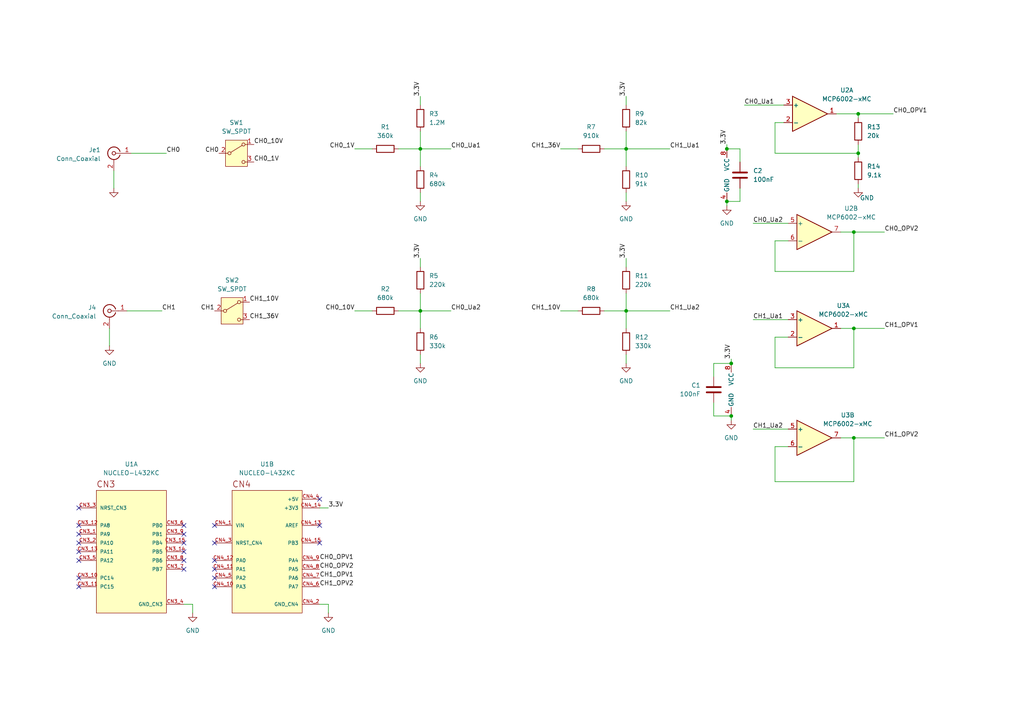
<source format=kicad_sch>
(kicad_sch (version 20250114) (generator "eeschema") (generator_version "9.0")
  (paper "A4")
  (title_block (title "Oszilloskop") (rev "Version 1.0"))
  (lib_symbols
    (symbol "Connector:Conn_Coaxial" (pin_names (offset 1.016) (hide yes))
      (property "Reference" "J" (at 0.254 3.048 0))
      (property "Value" "Conn_Coaxial" (at 2.921 0 90))
      (symbol "Conn_Coaxial_0_1"
        (polyline (pts (xy -2.54 0) (xy -0.508 0)))
        (arc (start 1.778 0) (mid 0.222 -1.8079) (end -1.778 -0.508) (stroke (width 0.254)))
        (arc (start -1.778 0.508) (mid 0.2221 1.8084) (end 1.778 0) (stroke (width 0.254)))
        (circle (center 0 0) (radius 0.508) (stroke (width 0.2032)))
        (polyline (pts (xy 0 -2.54) (xy 0 -1.778)))
      )
      (symbol "Conn_Coaxial_1_1"
        (pin passive line (at -5.08 0 0) (length 2.54) (name "In") (number "1"))
        (pin passive line (at 0 -5.08 90) (length 2.54) (name "Ext") (number "2"))
      )
    )
    (symbol "Device:C" (pin_numbers (hide yes)) (pin_names (offset 0.254))
      (property "Reference" "C" (at 0.635 2.54 0))
      (property "Value" "C" (at 0.635 -2.54 0))
      (symbol "C_0_1"
        (polyline (pts (xy -2.032 0.762) (xy 2.032 0.762)) (stroke (width 0.508)))
        (polyline (pts (xy -2.032 -0.762) (xy 2.032 -0.762)) (stroke (width 0.508)))
      )
      (symbol "C_1_1"
        (pin passive line (at 0 3.81 270) (length 2.794) (name "~") (number "1"))
        (pin passive line (at 0 -3.81 90) (length 2.794) (name "~") (number "2"))
      )
    )
    (symbol "Device:R" (pin_numbers (hide yes)) (pin_names (offset 0))
      (property "Reference" "R" (at 2.032 0 90))
      (property "Value" "R" (at 0 0 90))
      (symbol "R_0_1"
        (rectangle (start -1.016 -2.54) (end 1.016 2.54) (stroke (width 0.254)))
      )
      (symbol "R_1_1"
        (pin passive line (at 0 3.81 270) (length 1.27) (name "~") (number "1"))
        (pin passive line (at 0 -3.81 90) (length 1.27) (name "~") (number "2"))
      )
    )
    (symbol "MCP6002-xMC_1" (pin_names (offset 0.127))
      (property "Reference" "U2" (at 10.668 6.858 0))
      (property "Value" "MCP6002-xMC" (at 10.668 4.318 0))
      (symbol "MCP6002-xMC_1_1_1"
        (polyline (pts (xy -5.08 5.08) (xy 5.08 0) (xy -5.08 -5.08) (xy -5.08 5.08)) (stroke (width 0.254)) (fill (type background)))
        (pin unspecified line (at -24.13 -10.16 270) (length 2.54) (name "VCC") (number "8"))
        (pin unspecified line (at -24.13 -25.4 90) (length 2.54) (name "GND") (number "4"))
        (pin input line (at -7.62 2.54 0) (length 2.54) (name "+") (number "3"))
        (pin input line (at -7.62 -2.54 0) (length 2.54) (name "-") (number "2"))
        (pin output line (at 7.62 0 180) (length 2.54) (name "~") (number "1"))
      )
      (symbol "MCP6002-xMC_1_2_1"
        (polyline (pts (xy -5.08 5.08) (xy 5.08 0) (xy -5.08 -5.08) (xy -5.08 5.08)) (stroke (width 0.254)) (fill (type background)))
        (pin input line (at -7.62 2.54 0) (length 2.54) (name "+") (number "5"))
        (pin input line (at -7.62 -2.54 0) (length 2.54) (name "-") (number "6"))
        (pin output line (at 7.62 0 180) (length 2.54) (name "~") (number "7"))
      )
      (symbol "MCP6002-xMC_1_3_1"
        (pin power_in line (at -2.54 7.62 270) (length 3.81) (name "V+") (number "8"))
        (pin power_in line (at -2.54 -7.62 90) (length 3.81) (name "V-") (number "4"))
        (pin passive line (at -2.54 -7.62 90) (length 3.81) (hide yes) (name "V-") (number "9"))
      )
    )
    (symbol "MCP6002-xMC_2" (pin_names (offset 0.127))
      (property "Reference" "U2" (at 10.668 6.858 0))
      (property "Value" "MCP6002-xMC" (at 10.668 4.318 0))
      (symbol "MCP6002-xMC_2_1_1"
        (polyline (pts (xy -5.08 5.08) (xy 5.08 0) (xy -5.08 -5.08) (xy -5.08 5.08)) (stroke (width 0.254)) (fill (type background)))
        (pin unspecified line (at -24.13 -10.16 270) (length 2.54) (name "VCC") (number "8"))
        (pin unspecified line (at -24.13 -25.4 90) (length 2.54) (name "GND") (number "4"))
        (pin input line (at -7.62 2.54 0) (length 2.54) (name "+") (number "3"))
        (pin input line (at -7.62 -2.54 0) (length 2.54) (name "-") (number "2"))
        (pin output line (at 7.62 0 180) (length 2.54) (name "~") (number "1"))
      )
      (symbol "MCP6002-xMC_2_2_1"
        (polyline (pts (xy -5.08 5.08) (xy 5.08 0) (xy -5.08 -5.08) (xy -5.08 5.08)) (stroke (width 0.254)) (fill (type background)))
        (pin input line (at -7.62 2.54 0) (length 2.54) (name "+") (number "5"))
        (pin input line (at -7.62 -2.54 0) (length 2.54) (name "-") (number "6"))
        (pin output line (at 7.62 0 180) (length 2.54) (name "~") (number "7"))
      )
      (symbol "MCP6002-xMC_2_3_1"
        (pin power_in line (at -2.54 7.62 270) (length 3.81) (name "V+") (number "8"))
        (pin power_in line (at -2.54 -7.62 90) (length 3.81) (name "V-") (number "4"))
        (pin passive line (at -2.54 -7.62 90) (length 3.81) (hide yes) (name "V-") (number "9"))
      )
    )
    (symbol "MCP6002-xMC_3" (pin_names (offset 0.127))
      (property "Reference" "U3" (at 9.652 6.604 0))
      (property "Value" "MCP6002-xMC" (at 9.652 4.064 0))
      (symbol "MCP6002-xMC_3_1_1"
        (polyline (pts (xy -3.81 5.08) (xy 6.35 0) (xy -3.81 -5.08) (xy -3.81 5.08)) (stroke (width 0.254)) (fill (type background)))
        (pin unspecified line (at -22.86 -10.16 270) (length 2.54) (name "VCC") (number "8"))
        (pin unspecified line (at -22.86 -25.4 90) (length 2.54) (name "GND") (number "4"))
        (pin input line (at -6.35 2.54 0) (length 2.54) (name "+") (number "3"))
        (pin input line (at -6.35 -2.54 0) (length 2.54) (name "-") (number "2"))
        (pin output line (at 8.89 0 180) (length 2.54) (name "~") (number "1"))
      )
      (symbol "MCP6002-xMC_3_2_1"
        (polyline (pts (xy -5.08 5.08) (xy 5.08 0) (xy -5.08 -5.08) (xy -5.08 5.08)) (stroke (width 0.254)) (fill (type background)))
        (pin input line (at -7.62 2.54 0) (length 2.54) (name "+") (number "5"))
        (pin input line (at -7.62 -2.54 0) (length 2.54) (name "-") (number "6"))
        (pin output line (at 7.62 0 180) (length 2.54) (name "~") (number "7"))
      )
      (symbol "MCP6002-xMC_3_3_1"
        (pin power_in line (at -2.54 7.62 270) (length 3.81) (name "V+") (number "8"))
        (pin power_in line (at -2.54 -7.62 90) (length 3.81) (name "V-") (number "4"))
        (pin passive line (at -2.54 -7.62 90) (length 3.81) (hide yes) (name "V-") (number "9"))
      )
    )
    (symbol "MCP6002-xMC_4" (pin_names (offset 0.127))
      (property "Reference" "U3" (at 9.652 6.604 0))
      (property "Value" "MCP6002-xMC" (at 9.652 4.064 0))
      (symbol "MCP6002-xMC_4_1_1"
        (polyline (pts (xy -3.81 5.08) (xy 6.35 0) (xy -3.81 -5.08) (xy -3.81 5.08)) (stroke (width 0.254)) (fill (type background)))
        (pin unspecified line (at -22.86 -10.16 270) (length 2.54) (name "VCC") (number "8"))
        (pin unspecified line (at -22.86 -25.4 90) (length 2.54) (name "GND") (number "4"))
        (pin input line (at -6.35 2.54 0) (length 2.54) (name "+") (number "3"))
        (pin input line (at -6.35 -2.54 0) (length 2.54) (name "-") (number "2"))
        (pin output line (at 8.89 0 180) (length 2.54) (name "~") (number "1"))
      )
      (symbol "MCP6002-xMC_4_2_1"
        (polyline (pts (xy -5.08 5.08) (xy 5.08 0) (xy -5.08 -5.08) (xy -5.08 5.08)) (stroke (width 0.254)) (fill (type background)))
        (pin input line (at -7.62 2.54 0) (length 2.54) (name "+") (number "5"))
        (pin input line (at -7.62 -2.54 0) (length 2.54) (name "-") (number "6"))
        (pin output line (at 7.62 0 180) (length 2.54) (name "~") (number "7"))
      )
      (symbol "MCP6002-xMC_4_3_1"
        (pin power_in line (at -2.54 7.62 270) (length 3.81) (name "V+") (number "8"))
        (pin power_in line (at -2.54 -7.62 90) (length 3.81) (name "V-") (number "4"))
        (pin passive line (at -2.54 -7.62 90) (length 3.81) (hide yes) (name "V-") (number "9"))
      )
    )
    (symbol "NUCLEO-L432KC:NUCLEO-L432KC" (pin_names (offset 1.016))
      (property "Reference" "U" (at -10.16 21.082 0))
      (property "Value" "NUCLEO-L432KC" (at -10.16 -20.32 0))
      (symbol "NUCLEO-L432KC_1_0"
        (rectangle (start -10.16 -17.78) (end 10.16 17.78) (stroke (width 0.1524)) (fill (type background)))
        (text "CN3" (at -10.16 18.542 0) (effects (font (size 1.778 1.778)) (justify left bottom)))
        (pin bidirectional line (at -15.24 12.7 0) (length 5.08) (name "NRST_CN3") (number "CN3_3"))
        (pin bidirectional line (at -15.24 7.62 0) (length 5.08) (name "PA8") (number "CN3_12"))
        (pin bidirectional line (at -15.24 5.08 0) (length 5.08) (name "PA9") (number "CN3_1"))
        (pin bidirectional line (at -15.24 2.54 0) (length 5.08) (name "PA10") (number "CN3_2"))
        (pin bidirectional line (at -15.24 0 0) (length 5.08) (name "PA11") (number "CN3_13"))
        (pin bidirectional line (at -15.24 -2.54 0) (length 5.08) (name "PA12") (number "CN3_5"))
        (pin bidirectional line (at -15.24 -7.62 0) (length 5.08) (name "PC14") (number "CN3_10"))
        (pin bidirectional line (at -15.24 -10.16 0) (length 5.08) (name "PC15") (number "CN3_11"))
        (pin bidirectional line (at 15.24 7.62 180) (length 5.08) (name "PB0") (number "CN3_6"))
        (pin bidirectional line (at 15.24 5.08 180) (length 5.08) (name "PB1") (number "CN3_9"))
        (pin bidirectional line (at 15.24 2.54 180) (length 5.08) (name "PB4") (number "CN3_15"))
        (pin bidirectional line (at 15.24 0 180) (length 5.08) (name "PB5") (number "CN3_14"))
        (pin bidirectional line (at 15.24 -2.54 180) (length 5.08) (name "PB6") (number "CN3_8"))
        (pin bidirectional line (at 15.24 -5.08 180) (length 5.08) (name "PB7") (number "CN3_7"))
        (pin power_in line (at 15.24 -15.24 180) (length 5.08) (name "GND_CN3") (number "CN3_4"))
      )
      (symbol "NUCLEO-L432KC_2_0"
        (rectangle (start -10.16 -17.78) (end 10.16 17.78) (stroke (width 0.1524)) (fill (type background)))
        (text "CN4" (at -10.16 18.542 0) (effects (font (size 1.778 1.778)) (justify left bottom)))
        (pin input line (at -15.24 7.62 0) (length 5.08) (name "VIN") (number "CN4_1"))
        (pin bidirectional line (at -15.24 2.54 0) (length 5.08) (name "NRST_CN4") (number "CN4_3"))
        (pin bidirectional line (at -15.24 -2.54 0) (length 5.08) (name "PA0") (number "CN4_12"))
        (pin bidirectional line (at -15.24 -5.08 0) (length 5.08) (name "PA1") (number "CN4_11"))
        (pin bidirectional line (at -15.24 -7.62 0) (length 5.08) (name "PA2") (number "CN4_5"))
        (pin bidirectional line (at -15.24 -10.16 0) (length 5.08) (name "PA3") (number "CN4_10"))
        (pin power_in line (at 15.24 15.24 180) (length 5.08) (name "+5V") (number "CN4_4"))
        (pin power_in line (at 15.24 12.7 180) (length 5.08) (name "+3V3") (number "CN4_14"))
        (pin bidirectional line (at 15.24 7.62 180) (length 5.08) (name "AREF") (number "CN4_13"))
        (pin bidirectional line (at 15.24 2.54 180) (length 5.08) (name "PB3") (number "CN4_15"))
        (pin bidirectional line (at 15.24 -2.54 180) (length 5.08) (name "PA4") (number "CN4_9"))
        (pin bidirectional line (at 15.24 -5.08 180) (length 5.08) (name "PA5") (number "CN4_8"))
        (pin bidirectional line (at 15.24 -7.62 180) (length 5.08) (name "PA6") (number "CN4_7"))
        (pin bidirectional line (at 15.24 -10.16 180) (length 5.08) (name "PA7") (number "CN4_6"))
        (pin power_in line (at 15.24 -15.24 180) (length 5.08) (name "GND_CN4") (number "CN4_2"))
      )
    )
    (symbol "Switch:SW_SPDT" (pin_names (offset 0) (hide yes))
      (property "Reference" "SW" (at 0 5.08 0))
      (property "Value" "SW_SPDT" (at 0 -5.08 0))
      (symbol "SW_SPDT_0_1"
        (circle (center -2.032 0) (radius 0.4572))
        (polyline (pts (xy -1.651 0.254) (xy 1.651 2.286)))
        (circle (center 2.032 2.54) (radius 0.4572))
        (circle (center 2.032 -2.54) (radius 0.4572))
      )
      (symbol "SW_SPDT_1_1"
        (rectangle (start -3.175 3.81) (end 3.175 -3.81) (fill (type background)))
        (pin passive line (at -5.08 0 0) (length 2.54) (name "B") (number "2"))
        (pin passive line (at 5.08 2.54 180) (length 2.54) (name "A") (number "1"))
        (pin passive line (at 5.08 -2.54 180) (length 2.54) (name "C") (number "3"))
      )
    )
    (symbol "power:GND" (power) (pin_numbers (hide yes)) (pin_names (offset 0) (hide yes))
      (property "Value" "GND" (at 0 -3.81 0))
      (symbol "GND_0_1"
        (polyline (pts (xy 0 0) (xy 0 -1.27) (xy 1.27 -1.27) (xy 0 -2.54) (xy -1.27 -1.27) (xy 0 -1.27)))
      )
      (symbol "GND_1_1"
        (pin power_in line (at 0 0 270) (length 0) (name "~") (number "1"))
      )
    )
  )
  (junction (at 248.92 44.45))
  (junction (at 212.09 120.65))
  (junction (at 248.92 33.02))
  (junction (at 210.82 43.18))
  (junction (at 121.92 90.17))
  (junction (at 210.82 58.42))
  (junction (at 247.65 95.25))
  (junction (at 247.65 67.31))
  (junction (at 212.09 105.41))
  (junction (at 247.65 127))
  (junction (at 181.61 43.18))
  (junction (at 121.92 43.18))
  (junction (at 181.61 90.17))
  (no_connect (at 53.34 152.4))
  (no_connect (at 53.34 162.56))
  (no_connect (at 53.34 165.1))
  (no_connect (at 62.23 157.48))
  (no_connect (at 22.86 147.32))
  (no_connect (at 92.71 144.78))
  (no_connect (at 62.23 165.1))
  (no_connect (at 22.86 154.94))
  (no_connect (at 53.34 157.48))
  (no_connect (at 62.23 152.4))
  (no_connect (at 53.34 160.02))
  (no_connect (at 62.23 167.64))
  (no_connect (at 22.86 167.64))
  (no_connect (at 22.86 157.48))
  (no_connect (at 62.23 162.56))
  (no_connect (at 22.86 160.02))
  (no_connect (at 62.23 170.18))
  (no_connect (at 22.86 162.56))
  (no_connect (at 92.71 157.48))
  (no_connect (at 92.71 152.4))
  (no_connect (at 22.86 152.4))
  (no_connect (at 22.86 170.18))
  (no_connect (at 53.34 154.94))
  (wire (pts (xy 248.92 44.45) (xy 248.92 45.72)))
  (wire (pts (xy 95.25 147.32) (xy 92.71 147.32)))
  (wire (pts (xy 214.63 58.42) (xy 210.82 58.42)))
  (wire (pts (xy 115.57 43.18) (xy 121.92 43.18)))
  (wire (pts (xy 224.79 69.85) (xy 228.6 69.85)))
  (wire (pts (xy 242.57 33.02) (xy 248.92 33.02)))
  (wire (pts (xy 247.65 127) (xy 247.65 139.7)))
  (wire (pts (xy 175.26 90.17) (xy 181.61 90.17)))
  (wire (pts (xy 218.44 124.46) (xy 228.6 124.46)))
  (wire (pts (xy 224.79 35.56) (xy 227.33 35.56)))
  (wire (pts (xy 224.79 35.56) (xy 224.79 44.45)))
  (wire (pts (xy 212.09 104.14) (xy 212.09 105.41)))
  (wire (pts (xy 248.92 34.29) (xy 248.92 33.02)))
  (wire (pts (xy 181.61 85.09) (xy 181.61 90.17)))
  (wire (pts (xy 218.44 92.71) (xy 228.6 92.71)))
  (wire (pts (xy 207.01 116.84) (xy 207.01 120.65)))
  (wire (pts (xy 215.9 30.48) (xy 227.33 30.48)))
  (wire (pts (xy 181.61 27.94) (xy 181.61 30.48)))
  (wire (pts (xy 210.82 59.69) (xy 210.82 58.42)))
  (wire (pts (xy 181.61 90.17) (xy 181.61 95.25)))
  (wire (pts (xy 248.92 41.91) (xy 248.92 44.45)))
  (wire (pts (xy 121.92 38.1) (xy 121.92 43.18)))
  (wire (pts (xy 224.79 78.74) (xy 224.79 69.85)))
  (wire (pts (xy 243.84 67.31) (xy 247.65 67.31)))
  (wire (pts (xy 214.63 46.99) (xy 214.63 43.18)))
  (wire (pts (xy 95.25 175.26) (xy 95.25 177.8)))
  (wire (pts (xy 162.56 43.18) (xy 167.64 43.18)))
  (wire (pts (xy 121.92 90.17) (xy 130.81 90.17)))
  (wire (pts (xy 121.92 27.94) (xy 121.92 30.48)))
  (wire (pts (xy 175.26 43.18) (xy 181.61 43.18)))
  (wire (pts (xy 207.01 120.65) (xy 212.09 120.65)))
  (wire (pts (xy 53.34 175.26) (xy 55.88 175.26)))
  (wire (pts (xy 212.09 121.92) (xy 212.09 120.65)))
  (wire (pts (xy 224.79 129.54) (xy 228.6 129.54)))
  (wire (pts (xy 214.63 54.61) (xy 214.63 58.42)))
  (wire (pts (xy 121.92 43.18) (xy 130.81 43.18)))
  (wire (pts (xy 243.84 127) (xy 247.65 127)))
  (wire (pts (xy 247.65 67.31) (xy 247.65 78.74)))
  (wire (pts (xy 121.92 74.93) (xy 121.92 77.47)))
  (wire (pts (xy 243.84 95.25) (xy 247.65 95.25)))
  (wire (pts (xy 224.79 97.79) (xy 224.79 106.68)))
  (wire (pts (xy 210.82 41.91) (xy 210.82 43.18)))
  (wire (pts (xy 121.92 55.88) (xy 121.92 58.42)))
  (wire (pts (xy 207.01 109.22) (xy 207.01 105.41)))
  (wire (pts (xy 247.65 127) (xy 256.54 127)))
  (wire (pts (xy 247.65 95.25) (xy 247.65 106.68)))
  (wire (pts (xy 181.61 43.18) (xy 181.61 48.26)))
  (wire (pts (xy 55.88 175.26) (xy 55.88 177.8)))
  (wire (pts (xy 121.92 43.18) (xy 121.92 48.26)))
  (wire (pts (xy 31.75 95.25) (xy 31.75 100.33)))
  (wire (pts (xy 247.65 106.68) (xy 224.79 106.68)))
  (wire (pts (xy 181.61 90.17) (xy 194.31 90.17)))
  (wire (pts (xy 181.61 102.87) (xy 181.61 105.41)))
  (wire (pts (xy 181.61 55.88) (xy 181.61 58.42)))
  (wire (pts (xy 181.61 38.1) (xy 181.61 43.18)))
  (wire (pts (xy 224.79 97.79) (xy 228.6 97.79)))
  (wire (pts (xy 181.61 43.18) (xy 194.31 43.18)))
  (wire (pts (xy 36.83 90.17) (xy 46.99 90.17)))
  (wire (pts (xy 247.65 67.31) (xy 256.54 67.31)))
  (wire (pts (xy 115.57 90.17) (xy 121.92 90.17)))
  (wire (pts (xy 92.71 175.26) (xy 95.25 175.26)))
  (wire (pts (xy 162.56 90.17) (xy 167.64 90.17)))
  (wire (pts (xy 224.79 139.7) (xy 224.79 129.54)))
  (wire (pts (xy 207.01 105.41) (xy 212.09 105.41)))
  (wire (pts (xy 102.87 43.18) (xy 107.95 43.18)))
  (wire (pts (xy 247.65 139.7) (xy 224.79 139.7)))
  (wire (pts (xy 38.1 44.45) (xy 48.26 44.45)))
  (wire (pts (xy 214.63 43.18) (xy 210.82 43.18)))
  (wire (pts (xy 218.44 64.77) (xy 228.6 64.77)))
  (wire (pts (xy 248.92 33.02) (xy 259.08 33.02)))
  (wire (pts (xy 247.65 95.25) (xy 256.54 95.25)))
  (wire (pts (xy 121.92 85.09) (xy 121.92 90.17)))
  (wire (pts (xy 248.92 53.34) (xy 248.92 54.61)))
  (wire (pts (xy 121.92 90.17) (xy 121.92 95.25)))
  (wire (pts (xy 181.61 74.93) (xy 181.61 77.47)))
  (wire (pts (xy 102.87 90.17) (xy 107.95 90.17)))
  (wire (pts (xy 121.92 102.87) (xy 121.92 105.41)))
  (wire (pts (xy 33.02 49.53) (xy 33.02 54.61)))
  (wire (pts (xy 247.65 78.74) (xy 224.79 78.74)))
  (wire (pts (xy 224.79 44.45) (xy 248.92 44.45)))
  (label "CH1_Ua1" (at 194.31 43.18 0))
  (label "CH0_Ua1" (at 130.81 43.18 0))
  (label "CH1_OPV1" (at 92.71 167.64 0))
  (label "CH1_OPV2" (at 256.54 127 0))
  (label "CH1_10V" (at 72.39 87.63 0))
  (label "CH0" (at 63.5 44.45 180))
  (label "CH0_Ua2" (at 130.81 90.17 0))
  (label "CH0_1V" (at 102.87 43.18 180))
  (label "3.3V" (at 181.61 74.93 90))
  (label "CH1" (at 62.23 90.17 180))
  (label "CH1_Ua1" (at 218.44 92.71 0))
  (label "3.3V" (at 95.25 147.32 0))
  (label "CH1_36V" (at 72.39 92.71 0))
  (label "CH0_OPV2" (at 256.54 67.31 0))
  (label "CH1_Ua2" (at 194.31 90.17 0))
  (label "CH0_Ua1" (at 215.9 30.48 0))
  (label "3.3V" (at 210.82 41.91 90))
  (label "CH1_OPV1" (at 256.54 95.25 0))
  (label "3.3V" (at 212.09 104.14 90))
  (label "CH1_36V" (at 162.56 43.18 180))
  (label "CH1" (at 46.99 90.17 0))
  (label "CH0_OPV2" (at 92.71 165.1 0))
  (label "CH1_Ua2" (at 218.44 124.46 0))
  (label "3.3V" (at 121.92 74.93 90))
  (label "CH0_10V" (at 102.87 90.17 180))
  (label "CH0_OPV1" (at 259.08 33.02 0))
  (label "3.3V" (at 181.61 27.94 90))
  (label "CH0_OPV1" (at 92.71 162.56 0))
  (label "CH1_10V" (at 162.56 90.17 180))
  (label "CH0_10V" (at 73.66 41.91 0))
  (label "3.3V" (at 121.92 27.94 90))
  (label "CH0" (at 48.26 44.45 0))
  (label "CH1_OPV2" (at 92.71 170.18 0))
  (label "CH0_1V" (at 73.66 46.99 0))
  (label "CH0_Ua2" (at 218.44 64.77 0))
  (symbol (lib_id "power:GND") (at 248.92 54.61 0) (unit 1)
    (property "Reference" "#PWR019" (effects (hide yes)))
    (property "Value" "GND" (at 251.46 57.404 0))
    (property "Description" "Power symbol creates a global label with name \"GND\" , ground" (effects (hide yes)))
  )
  (symbol (lib_id "Device:R") (at 171.45 90.17 90) (unit 1)
    (property "Reference" "R8" (at 171.45 83.82 90))
    (property "Value" "680k" (at 171.45 86.36 90))
    (property "Footprint" "Resistor_SMD:R_0603_1608Metric_Pad0.98x0.95mm_HandSolder" (effects (hide yes)))
    (property "Description" "Resistor" (effects (hide yes)))
    (property "LCSC Part #" "C25822" (effects (hide yes)))
  )
  (symbol (lib_id "power:GND") (at 181.61 105.41 0) (unit 1)
    (property "Reference" "#PWR014" (effects (hide yes)))
    (property "Value" "GND" (at 181.61 110.49 0))
    (property "Description" "Power symbol creates a global label with name \"GND\" , ground" (effects (hide yes)))
  )
  (symbol (lib_id "power:GND") (at 55.88 177.8 0) (unit 1)
    (property "Reference" "#PWR05" (effects (hide yes)))
    (property "Value" "GND" (at 55.88 182.88 0))
    (property "Description" "Power symbol creates a global label with name \"GND\" , ground" (effects (hide yes)))
  )
  (symbol (lib_id "NUCLEO-L432KC:NUCLEO-L432KC") (at 77.47 160.02 0) (unit 2)
    (property "Reference" "U1" (at 77.47 134.62 0))
    (property "Value" "NUCLEO-L432KC" (at 77.47 137.16 0))
    (property "Footprint" "NUCLEO_L432KC:MODULE_NUCLEO-L432KC" (effects (hide yes)))
    (property "PARTREV" "N/A" (effects (hide yes)))
    (property "STANDARD" "Manufacturer Recommendations" (effects (hide yes)))
    (property "MAXIMUM_PACKAGE_HEIGHT" "N/A" (effects (hide yes)))
    (property "MANUFACTURER" "ST Microelectronics" (effects (hide yes)))
  )
  (symbol (lib_id "Connector:Conn_Coaxial") (at 33.02 44.45 0) (mirror y) (unit 1)
    (property "Reference" "Je1" (at 29.21 43.4731 0) (effects (justify left)))
    (property "Value" "Conn_Coaxial" (at 29.21 46.0131 0) (effects (justify left)))
    (property "Footprint" "CONBNC001:LINX_CONBNC001" (effects (hide yes)))
    (property "Description" "coaxial connector (BNC, SMA, SMB, SMC, Cinch/RCA, LEMO, ...)" (effects (hide yes)))
  )
  (symbol (lib_id "power:GND") (at 31.75 100.33 0) (unit 1)
    (property "Reference" "#PWR04" (effects (hide yes)))
    (property "Value" "GND" (at 31.75 105.41 0))
    (property "Description" "Power symbol creates a global label with name \"GND\" , ground" (effects (hide yes)))
  )
  (symbol (lib_id "Device:R") (at 121.92 81.28 0) (unit 1)
    (property "Reference" "R5" (at 124.46 80.0099 0) (effects (justify left)))
    (property "Value" "220k" (at 124.46 82.5499 0) (effects (justify left)))
    (property "Footprint" "Resistor_SMD:R_0603_1608Metric_Pad0.98x0.95mm_HandSolder" (effects (hide yes)))
    (property "Description" "Resistor" (effects (hide yes)))
    (property "LCSC Part #" "C22961" (effects (hide yes)))
  )
  (symbol (lib_id "Device:R") (at 181.61 34.29 0) (unit 1)
    (property "Reference" "R9" (at 184.15 33.0199 0) (effects (justify left)))
    (property "Value" "82k" (at 184.15 35.5599 0) (effects (justify left)))
    (property "Footprint" "Resistor_SMD:R_0603_1608Metric_Pad0.98x0.95mm_HandSolder" (effects (hide yes)))
    (property "Description" "Resistor" (effects (hide yes)))
    (property "LCSC Part #" "C23254" (effects (hide yes)))
  )
  (symbol (lib_id "Device:R") (at 111.76 43.18 90) (unit 1)
    (property "Reference" "R1" (at 111.76 36.83 90))
    (property "Value" "360k" (at 111.76 39.37 90))
    (property "Footprint" "Resistor_SMD:R_0603_1608Metric_Pad0.98x0.95mm_HandSolder" (effects (hide yes)))
    (property "Description" "Resistor" (effects (hide yes)))
    (property "LCSC Part #" "C23146" (effects (hide yes)))
  )
  (symbol (lib_id "power:GND") (at 181.61 58.42 0) (unit 1)
    (property "Reference" "#PWR013" (effects (hide yes)))
    (property "Value" "GND" (at 181.61 63.5 0))
    (property "Description" "Power symbol creates a global label with name \"GND\" , ground" (effects (hide yes)))
  )
  (symbol (lib_name "MCP6002-xMC_1") (lib_id "Amplifier_Operational:MCP6002-xMC") (at 234.95 33.02 0) (unit 1)
    (property "Reference" "U2" (at 245.618 26.162 0))
    (property "Value" "MCP6002-xMC" (at 245.618 28.702 0))
    (property "Footprint" "Package_DFN_QFN:DFN-8-1EP_3x2mm_P0.5mm_EP1.75x1.45mm" (effects (hide yes)))
    (property "Datasheet" "http://ww1.microchip.com/downloads/en/DeviceDoc/21733j.pdf" (effects (hide yes)))
    (property "Description" "1MHz, Low-Power Op Amp, DFN-8" (effects (hide yes)))
    (property "LCSC Part #" "C7377" (effects (hide yes)))
  )
  (symbol (lib_name "MCP6002-xMC_2") (lib_id "Amplifier_Operational:MCP6002-xMC") (at 236.22 67.31 0) (unit 2)
    (property "Reference" "U2" (at 246.888 60.452 0))
    (property "Value" "MCP6002-xMC" (at 246.888 62.992 0))
    (property "Footprint" "Package_DFN_QFN:DFN-8-1EP_3x2mm_P0.5mm_EP1.75x1.45mm" (effects (hide yes)))
    (property "Datasheet" "http://ww1.microchip.com/downloads/en/DeviceDoc/21733j.pdf" (effects (hide yes)))
    (property "Description" "1MHz, Low-Power Op Amp, DFN-8" (effects (hide yes)))
    (property "LCSC Part #" "C7377" (effects (hide yes)))
  )
  (symbol (lib_id "Device:R") (at 248.92 38.1 0) (unit 1)
    (property "Reference" "R13" (at 251.46 36.8299 0) (effects (justify left)))
    (property "Value" "20k" (at 251.46 39.3699 0) (effects (justify left)))
    (property "Footprint" "Resistor_SMD:R_0603_1608Metric_Pad0.98x0.95mm_HandSolder" (effects (hide yes)))
    (property "Description" "Resistor" (effects (hide yes)))
    (property "LCSC Part #" "C4184" (effects (hide yes)))
  )
  (symbol (lib_id "Device:R") (at 121.92 99.06 180) (unit 1)
    (property "Reference" "R6" (at 124.46 97.7899 0) (effects (justify right)))
    (property "Value" "330k" (at 124.46 100.3299 0) (effects (justify right)))
    (property "Footprint" "Resistor_SMD:R_0603_1608Metric_Pad0.98x0.95mm_HandSolder" (effects (hide yes)))
    (property "Description" "Resistor" (effects (hide yes)))
    (property "LCSC Part #" "C23137" (effects (hide yes)))
  )
  (symbol (lib_id "power:GND") (at 210.82 59.69 0) (unit 1)
    (property "Reference" "#PWR015" (effects (hide yes)))
    (property "Value" "GND" (at 210.82 64.77 0))
    (property "Description" "Power symbol creates a global label with name \"GND\" , ground" (effects (hide yes)))
  )
  (symbol (lib_id "power:GND") (at 95.25 177.8 0) (unit 1)
    (property "Reference" "#PWR06" (effects (hide yes)))
    (property "Value" "GND" (at 95.25 182.88 0))
    (property "Description" "Power symbol creates a global label with name \"GND\" , ground" (effects (hide yes)))
  )
  (symbol (lib_id "Device:R") (at 181.61 99.06 180) (unit 1)
    (property "Reference" "R12" (at 184.15 97.7899 0) (effects (justify right)))
    (property "Value" "330k" (at 184.15 100.3299 0) (effects (justify right)))
    (property "Footprint" "Resistor_SMD:R_0603_1608Metric_Pad0.98x0.95mm_HandSolder" (effects (hide yes)))
    (property "Description" "Resistor" (effects (hide yes)))
    (property "LCSC Part #" "C23137" (effects (hide yes)))
  )
  (symbol (lib_id "power:GND") (at 212.09 121.92 0) (unit 1)
    (property "Reference" "#PWR017" (effects (hide yes)))
    (property "Value" "GND" (at 212.09 127 0))
    (property "Description" "Power symbol creates a global label with name \"GND\" , ground" (effects (hide yes)))
  )
  (symbol (lib_name "MCP6002-xMC_3") (lib_id "Amplifier_Operational:MCP6002-xMC") (at 234.95 95.25 0) (unit 1)
    (property "Reference" "U3" (at 244.602 88.646 0))
    (property "Value" "MCP6002-xMC" (at 244.602 91.186 0))
    (property "Footprint" "Package_DFN_QFN:DFN-8-1EP_3x2mm_P0.5mm_EP1.75x1.45mm" (effects (hide yes)))
    (property "Datasheet" "http://ww1.microchip.com/downloads/en/DeviceDoc/21733j.pdf" (effects (hide yes)))
    (property "Description" "1MHz, Low-Power Op Amp, DFN-8" (effects (hide yes)))
    (property "LCSC Part #" "C7377" (effects (hide yes)))
  )
  (symbol (lib_id "Device:R") (at 111.76 90.17 270) (unit 1)
    (property "Reference" "R2" (at 111.76 83.82 90))
    (property "Value" "680k" (at 111.76 86.36 90))
    (property "Footprint" "Resistor_SMD:R_0603_1608Metric_Pad0.98x0.95mm_HandSolder" (effects (hide yes)))
    (property "Description" "Resistor" (effects (hide yes)))
    (property "LCSC Part #" "C25822" (effects (hide yes)))
  )
  (symbol (lib_id "Device:R") (at 121.92 34.29 0) (unit 1)
    (property "Reference" "R3" (at 124.46 33.0199 0) (effects (justify left)))
    (property "Value" "1.2M" (at 124.46 35.5599 0) (effects (justify left)))
    (property "Footprint" "Resistor_SMD:R_0603_1608Metric_Pad0.98x0.95mm_HandSolder" (effects (hide yes)))
    (property "Description" "Resistor" (effects (hide yes)))
    (property "LCSC Part #" "C22107" (effects (hide yes)))
  )
  (symbol (lib_id "Device:R") (at 248.92 49.53 0) (unit 1)
    (property "Reference" "R14" (at 251.46 48.2599 0) (effects (justify left)))
    (property "Value" "9.1k" (at 251.46 50.7999 0) (effects (justify left)))
    (property "Footprint" "Resistor_SMD:R_0603_1608Metric_Pad0.98x0.95mm_HandSolder" (effects (hide yes)))
    (property "Description" "Resistor" (effects (hide yes)))
    (property "LCSC Part #" "C23260" (effects (hide yes)))
  )
  (symbol (lib_name "MCP6002-xMC_4") (lib_id "Amplifier_Operational:MCP6002-xMC") (at 236.22 127 0) (unit 2)
    (property "Reference" "U3" (at 245.872 120.396 0))
    (property "Value" "MCP6002-xMC" (at 245.872 122.936 0))
    (property "Footprint" "Package_DFN_QFN:DFN-8-1EP_3x2mm_P0.5mm_EP1.75x1.45mm" (effects (hide yes)))
    (property "Datasheet" "http://ww1.microchip.com/downloads/en/DeviceDoc/21733j.pdf" (effects (hide yes)))
    (property "Description" "1MHz, Low-Power Op Amp, DFN-8" (effects (hide yes)))
    (property "LCSC Part #" "C7377" (effects (hide yes)))
  )
  (symbol (lib_id "Device:R") (at 171.45 43.18 90) (unit 1)
    (property "Reference" "R7" (at 171.45 36.83 90))
    (property "Value" "910k" (at 171.45 39.37 90))
    (property "Footprint" "Resistor_SMD:R_0603_1608Metric_Pad0.98x0.95mm_HandSolder" (effects (hide yes)))
    (property "Description" "Resistor" (effects (hide yes)))
    (property "LCSC Part #" "C23263" (effects (hide yes)))
  )
  (symbol (lib_id "power:GND") (at 121.92 58.42 0) (unit 1)
    (property "Reference" "#PWR07" (effects (hide yes)))
    (property "Value" "GND" (at 121.92 63.5 0))
    (property "Description" "Power symbol creates a global label with name \"GND\" , ground" (effects (hide yes)))
  )
  (symbol (lib_id "power:GND") (at 33.02 54.61 0) (unit 1)
    (property "Reference" "#PWR01" (effects (hide yes)))
    (property "Value" "GND" (effects (hide yes)))
    (property "Description" "Power symbol creates a global label with name \"GND\" , ground" (effects (hide yes)))
  )
  (symbol (lib_id "power:GND") (at 121.92 105.41 0) (unit 1)
    (property "Reference" "#PWR08" (effects (hide yes)))
    (property "Value" "GND" (at 121.92 110.49 0))
    (property "Description" "Power symbol creates a global label with name \"GND\" , ground" (effects (hide yes)))
  )
  (symbol (lib_id "Device:R") (at 181.61 52.07 180) (unit 1)
    (property "Reference" "R10" (at 184.15 50.7999 0) (effects (justify right)))
    (property "Value" "91k" (at 184.15 53.3399 0) (effects (justify right)))
    (property "Footprint" "Resistor_SMD:R_0603_1608Metric_Pad0.98x0.95mm_HandSolder" (effects (hide yes)))
    (property "Description" "Resistor" (effects (hide yes)))
    (property "LCSC Part #" "C23265" (effects (hide yes)))
  )
  (symbol (lib_id "Switch:SW_SPDT") (at 67.31 90.17 0) (unit 1)
    (property "Reference" "SW2" (at 67.31 81.28 0))
    (property "Value" "SW_SPDT" (at 67.31 83.82 0))
    (property "Footprint" "Button_Switch_SMD:SW_SPDT_PCM12" (effects (hide yes)))
    (property "Description" "Switch, single pole double throw" (effects (hide yes)))
  )
  (symbol (lib_id "Switch:SW_SPDT") (at 68.58 44.45 0) (unit 1)
    (property "Reference" "SW1" (at 68.58 35.56 0))
    (property "Value" "SW_SPDT" (at 68.58 38.1 0))
    (property "Footprint" "Button_Switch_SMD:SW_SPDT_PCM12" (effects (hide yes)))
    (property "Description" "Switch, single pole double throw" (effects (hide yes)))
  )
  (symbol (lib_id "Device:C") (at 214.63 50.8 0) (unit 1)
    (property "Reference" "C2" (at 218.44 49.5299 0) (effects (justify left)))
    (property "Value" "100nF" (at 218.44 52.0699 0) (effects (justify left)))
    (property "Footprint" "Capacitor_SMD:C_0603_1608Metric_Pad1.08x0.95mm_HandSolder" (effects (hide yes)))
    (property "Description" "Unpolarized capacitor" (effects (hide yes)))
    (property "LCSC Part #" "C14663" (effects (hide yes)))
  )
  (symbol (lib_id "Device:R") (at 181.61 81.28 0) (unit 1)
    (property "Reference" "R11" (at 184.15 80.0099 0) (effects (justify left)))
    (property "Value" "220k" (at 184.15 82.5499 0) (effects (justify left)))
    (property "Footprint" "Resistor_SMD:R_0603_1608Metric_Pad0.98x0.95mm_HandSolder" (effects (hide yes)))
    (property "Description" "Resistor" (effects (hide yes)))
    (property "LCSC Part #" "C22961" (effects (hide yes)))
  )
  (symbol (lib_id "Device:R") (at 121.92 52.07 180) (unit 1)
    (property "Reference" "R4" (at 124.46 50.7999 0) (effects (justify right)))
    (property "Value" "680k" (at 124.46 53.3399 0) (effects (justify right)))
    (property "Footprint" "Resistor_SMD:R_0603_1608Metric_Pad0.98x0.95mm_HandSolder" (effects (hide yes)))
    (property "Description" "Resistor" (effects (hide yes)))
    (property "LCSC Part #" "C25822" (effects (hide yes)))
  )
  (symbol (lib_id "Connector:Conn_Coaxial") (at 31.75 90.17 0) (mirror y) (unit 1)
    (property "Reference" "J4" (at 27.94 89.1931 0) (effects (justify left)))
    (property "Value" "Conn_Coaxial" (at 27.94 91.7331 0) (effects (justify left)))
    (property "Footprint" "CONBNC001:LINX_CONBNC001" (effects (hide yes)))
    (property "Description" "coaxial connector (BNC, SMA, SMB, SMC, Cinch/RCA, LEMO, ...)" (effects (hide yes)))
  )
  (symbol (lib_id "NUCLEO-L432KC:NUCLEO-L432KC") (at 38.1 160.02 0) (unit 1)
    (property "Reference" "U1" (at 38.1 134.62 0))
    (property "Value" "NUCLEO-L432KC" (at 38.1 137.16 0))
    (property "Footprint" "NUCLEO_L432KC:MODULE_NUCLEO-L432KC" (effects (hide yes)))
    (property "PARTREV" "N/A" (effects (hide yes)))
    (property "STANDARD" "Manufacturer Recommendations" (effects (hide yes)))
    (property "MAXIMUM_PACKAGE_HEIGHT" "N/A" (effects (hide yes)))
    (property "MANUFACTURER" "ST Microelectronics" (effects (hide yes)))
  )
  (symbol (lib_id "Device:C") (at 207.01 113.03 0) (mirror y) (unit 1)
    (property "Reference" "C1" (at 203.2 111.7599 0) (effects (justify left)))
    (property "Value" "100nF" (at 203.2 114.2999 0) (effects (justify left)))
    (property "Footprint" "Capacitor_SMD:C_0603_1608Metric_Pad1.08x0.95mm_HandSolder" (effects (hide yes)))
    (property "Description" "Unpolarized capacitor" (effects (hide yes)))
    (property "LCSC Part #" "C14663" (effects (hide yes)))
  )
)
</source>
